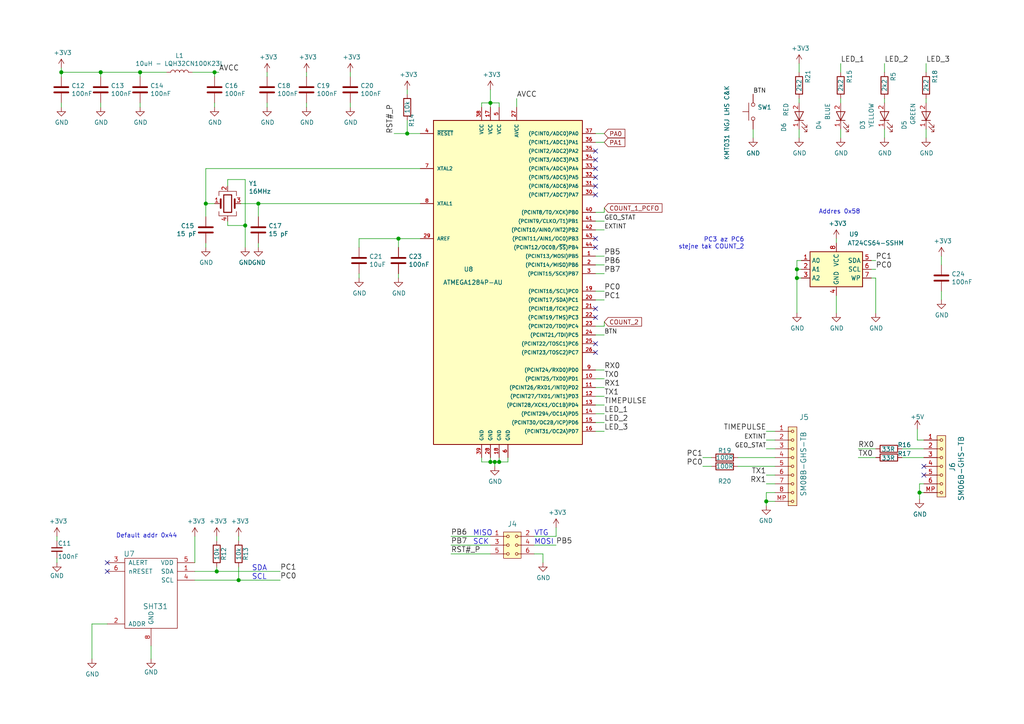
<source format=kicad_sch>
(kicad_sch (version 20210406) (generator eeschema)
  (paper "A4")
  (lib_symbols
    (symbol "DATALOGGER01A-rescue:ATMEGA1284P-AU-atmel" (pin_names (offset 1.016))
      (property "Reference" "U" (at -21.59 47.752 0))
      (property "Value" "ATMEGA1284P-AU-atmel" (at 10.16 -49.53 0))
      (symbol "ATMEGA1284P-AU-atmel_0_1"
        (rectangle (start -21.59 46.99) (end 21.59 -46.99) (stroke (width 0.254)) (fill (type background)))
      )
      (symbol "ATMEGA1284P-AU-atmel_1_1"
        (pin bidirectional line (at 25.4 7.62 180) (length 3.81) (name "(PCINT13/MOSI)PB5") (number "1"))
        (pin bidirectional line (at 25.4 -27.94 180) (length 3.81) (name "(PCINT25/TXD0)PD1") (number "10"))
        (pin bidirectional line (at 25.4 -30.48 180) (length 3.81) (name "(PCINT26/RXD1/INT0)PD2") (number "11"))
        (pin bidirectional line (at 25.4 -33.02 180) (length 3.81) (name "(PCINT27/TXD1/INT1)PD3") (number "12"))
        (pin bidirectional line (at 25.4 -35.56 180) (length 3.81) (name "(PCINT28/XCK1/OC1B)PD4") (number "13"))
        (pin bidirectional line (at 25.4 -38.1 180) (length 3.81) (name "(PCINT294/OC1A)PD5") (number "14"))
        (pin bidirectional line (at 25.4 -40.64 180) (length 3.81) (name "(PCINT30/OC2B/ICP)PD6") (number "15"))
        (pin bidirectional line (at 25.4 -43.18 180) (length 3.81) (name "(PCINT31/OC2A)PD7") (number "16"))
        (pin power_in line (at -5.08 50.8 270) (length 3.81) (name "VCC") (number "17"))
        (pin power_in line (at -2.54 -50.8 90) (length 3.81) (name "GND") (number "18"))
        (pin bidirectional line (at 25.4 -2.54 180) (length 3.81) (name "(PCINT16/SCL)PC0") (number "19"))
        (pin bidirectional line (at 25.4 5.08 180) (length 3.81) (name "(PCINT14/MISO)PB6") (number "2"))
        (pin bidirectional line (at 25.4 -5.08 180) (length 3.81) (name "(PCINT17/SDA)PC1") (number "20"))
        (pin bidirectional line (at 25.4 -7.62 180) (length 3.81) (name "(PCINT18/TCK)PC2") (number "21"))
        (pin bidirectional line (at 25.4 -10.16 180) (length 3.81) (name "(PCINT19/TMS)PC3") (number "22"))
        (pin bidirectional line (at 25.4 -12.7 180) (length 3.81) (name "(PCINT20/TDO)PC4") (number "23"))
        (pin bidirectional line (at 25.4 -15.24 180) (length 3.81) (name "(PCINT21/TDI)PC5") (number "24"))
        (pin bidirectional line (at 25.4 -17.78 180) (length 3.81) (name "(PCINT22/TOSC1)PC6") (number "25"))
        (pin bidirectional line (at 25.4 -20.32 180) (length 3.81) (name "(PCINT23/TOSC2)PC7") (number "26"))
        (pin power_in line (at 2.54 50.8 270) (length 3.81) (name "AVCC") (number "27"))
        (pin power_in line (at -5.08 -50.8 90) (length 3.81) (name "GND") (number "28"))
        (pin power_in line (at -25.4 12.7 0) (length 3.81) (name "AREF") (number "29"))
        (pin bidirectional line (at 25.4 2.54 180) (length 3.81) (name "(PCINT15/SCK)PB7") (number "3"))
        (pin bidirectional line (at 25.4 25.4 180) (length 3.81) (name "(PCINT7/ADC7)PA7") (number "30"))
        (pin bidirectional line (at 25.4 27.94 180) (length 3.81) (name "(PCINT6/ADC6)PA6") (number "31"))
        (pin bidirectional line (at 25.4 30.48 180) (length 3.81) (name "(PCINT5/ADC5)PA5") (number "32"))
        (pin bidirectional line (at 25.4 33.02 180) (length 3.81) (name "(PCINT4/ADC4)PA4") (number "33"))
        (pin bidirectional line (at 25.4 35.56 180) (length 3.81) (name "(PCINT3/ADC3)PA3") (number "34"))
        (pin bidirectional line (at 25.4 38.1 180) (length 3.81) (name "(PCINT2/ADC2)PA2") (number "35"))
        (pin bidirectional line (at 25.4 40.64 180) (length 3.81) (name "(PCINT1/ADC1)PA1") (number "36"))
        (pin bidirectional line (at 25.4 43.18 180) (length 3.81) (name "(PCINT0/ADC0)PA0") (number "37"))
        (pin power_in line (at -7.62 50.8 270) (length 3.81) (name "VCC") (number "38"))
        (pin power_in line (at -7.62 -50.8 90) (length 3.81) (name "GND") (number "39"))
        (pin input line (at -25.4 43.18 0) (length 3.81) (name "~{RESET}") (number "4"))
        (pin bidirectional line (at 25.4 20.32 180) (length 3.81) (name "(PCINT8/T0/XCK)PB0") (number "40"))
        (pin bidirectional line (at 25.4 17.78 180) (length 3.81) (name "(PCINT9/CLKO/T1)PB1") (number "41"))
        (pin bidirectional line (at 25.4 15.24 180) (length 3.81) (name "(PCINT10/AIN0/INT2)PB2") (number "42"))
        (pin bidirectional line (at 25.4 12.7 180) (length 3.81) (name "(PCINT11/AIN1/OC0)PB3") (number "43"))
        (pin bidirectional line (at 25.4 10.16 180) (length 3.81) (name "(PCINT12/OC0B/~{SS})PB4") (number "44"))
        (pin power_in line (at -2.54 50.8 270) (length 3.81) (name "VCC") (number "5"))
        (pin power_in line (at 0 -50.8 90) (length 3.81) (name "GND") (number "6"))
        (pin bidirectional line (at -25.4 33.02 0) (length 3.81) (name "XTAL2") (number "7"))
        (pin bidirectional line (at -25.4 22.86 0) (length 3.81) (name "XTAL1") (number "8"))
        (pin bidirectional line (at 25.4 -25.4 180) (length 3.81) (name "(PCINT24/RXD0)PD0") (number "9"))
      )
    )
    (symbol "DATALOGGER01A-rescue:C-device" (pin_numbers hide) (pin_names (offset 0.254))
      (property "Reference" "C" (at 0.635 2.54 0))
      (property "Value" "C-device" (at 0.635 -2.54 0))
      (symbol "C-device_0_1"
        (polyline (pts (xy -2.032 -0.762) (xy 2.032 -0.762)) (stroke (width 0.508)))
        (polyline (pts (xy -2.032 0.762) (xy 2.032 0.762)) (stroke (width 0.508)))
      )
      (symbol "C-device_1_1"
        (pin passive line (at 0 3.81 270) (length 2.794) (name "~") (number "1"))
        (pin passive line (at 0 -3.81 90) (length 2.794) (name "~") (number "2"))
      )
    )
    (symbol "DATALOGGER01A-rescue:HEADER_2x03-MLAB_HEADER" (pin_names (offset 1.016))
      (property "Reference" "J" (at 0 -5.08 0))
      (property "Value" "HEADER_2x03-MLAB_HEADER" (at 0 5.08 0))
      (symbol "HEADER_2x03-MLAB_HEADER_0_1"
        (circle (center -1.27 -2.54) (radius 0.381))
        (circle (center -1.27 0) (radius 0.381))
        (circle (center -1.27 2.54) (radius 0.381))
        (circle (center 1.27 -2.54) (radius 0.381))
        (circle (center 1.27 0) (radius 0.381))
        (circle (center 1.27 2.54) (radius 0.381))
        (rectangle (start -2.54 3.81) (end 2.54 -3.81) (fill (type background)))
        (polyline (pts (xy -1.651 -2.54) (xy -2.54 -2.54)))
        (polyline (pts (xy -1.651 0) (xy -2.54 0)))
        (polyline (pts (xy -1.651 2.54) (xy -2.54 2.54)))
        (polyline (pts (xy 1.651 -2.54) (xy 2.54 -2.54)))
        (polyline (pts (xy 1.651 0) (xy 2.54 0)))
        (polyline (pts (xy 1.651 2.54) (xy 2.54 2.54)))
      )
      (symbol "HEADER_2x03-MLAB_HEADER_1_1"
        (pin input line (at -6.35 2.54 0) (length 3.81) (name "~") (number "1"))
        (pin input line (at 6.35 2.54 180) (length 3.81) (name "~") (number "2"))
        (pin input line (at -6.35 0 0) (length 3.81) (name "~") (number "3"))
        (pin input line (at 6.35 0 180) (length 3.81) (name "~") (number "4"))
        (pin input line (at -6.35 -2.54 0) (length 3.81) (name "~") (number "5"))
        (pin input line (at 6.35 -2.54 180) (length 3.81) (name "~") (number "6"))
      )
    )
    (symbol "DATALOGGER01A-rescue:L-device" (pin_numbers hide) (pin_names (offset 1.016) hide)
      (property "Reference" "L" (at -1.27 0 90))
      (property "Value" "L-device" (at 1.905 0 90))
      (symbol "L-device_0_1"
        (arc (start 0 -2.54) (end 0 -1.27) (radius (at 0 -1.905) (length 0.635) (angles -89.9 89.9)))
        (arc (start 0 -1.27) (end 0 0) (radius (at 0 -0.635) (length 0.635) (angles -89.9 89.9)))
        (arc (start 0 0) (end 0 1.27) (radius (at 0 0.635) (length 0.635) (angles -89.9 89.9)))
        (arc (start 0 1.27) (end 0 2.54) (radius (at 0 1.905) (length 0.635) (angles -89.9 89.9)))
      )
      (symbol "L-device_1_1"
        (pin passive line (at 0 3.81 270) (length 1.27) (name "1") (number "1"))
        (pin passive line (at 0 -3.81 90) (length 1.27) (name "2") (number "2"))
      )
    )
    (symbol "DATALOGGER01A-rescue:LED-device" (pin_names (offset 1.016) hide)
      (property "Reference" "D" (at 0 2.54 0))
      (property "Value" "LED-device" (at 0 -2.54 0))
      (symbol "LED-device_0_1"
        (polyline (pts (xy -1.27 -1.27) (xy -1.27 1.27)) (stroke (width 0.2032)))
        (polyline (pts (xy -1.27 0) (xy 1.27 0)))
        (polyline (pts (xy 1.27 -1.27) (xy 1.27 1.27) (xy -1.27 0) (xy 1.27 -1.27)) (stroke (width 0.2032)))
        (polyline (pts (xy -3.048 -0.762) (xy -4.572 -2.286) (xy -3.81 -2.286) (xy -4.572 -2.286) (xy -4.572 -1.524)))
        (polyline (pts (xy -1.778 -0.762) (xy -3.302 -2.286) (xy -2.54 -2.286) (xy -3.302 -2.286) (xy -3.302 -1.524)))
      )
      (symbol "LED-device_1_1"
        (pin passive line (at -3.81 0 0) (length 2.54) (name "K") (number "1"))
        (pin passive line (at 3.81 0 180) (length 2.54) (name "A") (number "2"))
      )
    )
    (symbol "DATALOGGER01A-rescue:R-device" (pin_numbers hide) (pin_names (offset 0))
      (property "Reference" "R" (at 2.032 0 90))
      (property "Value" "R-device" (at 0 0 90))
      (symbol "R-device_0_1"
        (rectangle (start -1.016 -2.54) (end 1.016 2.54) (stroke (width 0.254)))
      )
      (symbol "R-device_1_1"
        (pin passive line (at 0 3.81 270) (length 1.27) (name "~") (number "1"))
        (pin passive line (at 0 -3.81 90) (length 1.27) (name "~") (number "2"))
      )
    )
    (symbol "Device:Crystal_GND24" (pin_names (offset 1.016) hide)
      (property "Reference" "Y" (at 3.175 5.08 0))
      (property "Value" "Crystal_GND24" (at 3.175 3.175 0))
      (symbol "Crystal_GND24_0_1"
        (rectangle (start -1.143 2.54) (end 1.143 -2.54) (stroke (width 0.3048)))
        (polyline (pts (xy -2.54 0) (xy -2.032 0)))
        (polyline (pts (xy -2.032 -1.27) (xy -2.032 1.27)) (stroke (width 0.508)))
        (polyline (pts (xy 0 -3.81) (xy 0 -3.556)))
        (polyline (pts (xy 0 3.556) (xy 0 3.81)))
        (polyline (pts (xy 2.032 -1.27) (xy 2.032 1.27)) (stroke (width 0.508)))
        (polyline (pts (xy 2.032 0) (xy 2.54 0)))
        (polyline (pts (xy -2.54 -2.286) (xy -2.54 -3.556) (xy 2.54 -3.556) (xy 2.54 -2.286)))
        (polyline (pts (xy -2.54 2.286) (xy -2.54 3.556) (xy 2.54 3.556) (xy 2.54 2.286)))
      )
      (symbol "Crystal_GND24_1_1"
        (pin passive line (at -3.81 0 0) (length 1.27) (name "1") (number "1"))
        (pin passive line (at 0 5.08 270) (length 1.27) (name "2") (number "2"))
        (pin passive line (at 3.81 0 180) (length 1.27) (name "3") (number "3"))
        (pin passive line (at 0 -5.08 90) (length 1.27) (name "4") (number "4"))
      )
    )
    (symbol "Device:R" (pin_numbers hide) (pin_names (offset 0))
      (property "Reference" "R" (at 2.032 0 90))
      (property "Value" "R" (at 0 0 90))
      (symbol "R_0_1"
        (rectangle (start -1.016 -2.54) (end 1.016 2.54) (stroke (width 0.254)))
      )
      (symbol "R_1_1"
        (pin passive line (at 0 3.81 270) (length 1.27) (name "~") (number "1"))
        (pin passive line (at 0 -3.81 90) (length 1.27) (name "~") (number "2"))
      )
    )
    (symbol "MLAB_CONNECTORS_JST:SM06B-GHS-TB" (pin_names (offset 1.016))
      (property "Reference" "J" (at 0 -10.16 0))
      (property "Value" "SM06B-GHS-TB" (at 0 10.16 0))
      (symbol "SM06B-GHS-TB_0_1"
        (circle (center 0 -7.62) (radius 0.381))
        (circle (center 0 -5.08) (radius 0.381))
        (circle (center 0 -2.54) (radius 0.381))
        (circle (center 0 0) (radius 0.381))
        (circle (center 0 2.54) (radius 0.381))
        (circle (center 0 5.08) (radius 0.381))
        (circle (center 0 7.62) (radius 0.381))
        (rectangle (start -1.27 8.89) (end 1.27 -8.89) (fill (type background)))
        (polyline (pts (xy -1.27 -7.62) (xy -0.381 -7.62)))
        (polyline (pts (xy -1.27 -5.08) (xy -0.381 -5.08)))
        (polyline (pts (xy -1.27 -2.54) (xy -0.381 -2.54)))
        (polyline (pts (xy -1.27 0) (xy -0.381 0)))
        (polyline (pts (xy -1.27 2.54) (xy -0.381 2.54)))
        (polyline (pts (xy -1.27 5.08) (xy -0.381 5.08)))
        (polyline (pts (xy -1.27 7.62) (xy -0.381 7.62)))
      )
      (symbol "SM06B-GHS-TB_1_1"
        (pin input line (at -5.08 7.62 0) (length 3.81) (name "~") (number "1"))
        (pin input line (at -5.08 5.08 0) (length 3.81) (name "~") (number "2"))
        (pin input line (at -5.08 2.54 0) (length 3.81) (name "~") (number "3"))
        (pin input line (at -5.08 0 0) (length 3.81) (name "~") (number "4"))
        (pin input line (at -5.08 -2.54 0) (length 3.81) (name "~") (number "5"))
        (pin input line (at -5.08 -5.08 0) (length 3.81) (name "~") (number "6"))
        (pin input line (at -5.08 -7.62 0) (length 3.81) (name "~") (number "MP"))
      )
    )
    (symbol "MLAB_CONNECTORS_JST:SM08B-GHS-TB" (pin_names (offset 1.016))
      (property "Reference" "J" (at 0 -12.7 0))
      (property "Value" "SM08B-GHS-TB" (at 0 12.7 0))
      (symbol "SM08B-GHS-TB_0_1"
        (circle (center 0 -10.16) (radius 0.381))
        (circle (center 0 -7.62) (radius 0.381))
        (circle (center 0 -5.08) (radius 0.381))
        (circle (center 0 -2.54) (radius 0.381))
        (circle (center 0 0) (radius 0.381))
        (circle (center 0 2.54) (radius 0.381))
        (circle (center 0 5.08) (radius 0.381))
        (circle (center 0 7.62) (radius 0.381))
        (circle (center 0 10.16) (radius 0.381))
        (rectangle (start -1.27 11.43) (end 1.27 -11.43) (fill (type background)))
        (polyline (pts (xy -1.27 -10.16) (xy -0.381 -10.16)))
        (polyline (pts (xy -1.27 -7.62) (xy -0.381 -7.62)))
        (polyline (pts (xy -1.27 -5.08) (xy -0.381 -5.08)))
        (polyline (pts (xy -1.27 -2.54) (xy -0.381 -2.54)))
        (polyline (pts (xy -1.27 0) (xy -0.381 0)))
        (polyline (pts (xy -1.27 2.54) (xy -0.381 2.54)))
        (polyline (pts (xy -1.27 5.08) (xy -0.381 5.08)))
        (polyline (pts (xy -1.27 7.62) (xy -0.381 7.62)))
        (polyline (pts (xy -1.27 10.16) (xy -0.381 10.16)))
      )
      (symbol "SM08B-GHS-TB_1_1"
        (pin input line (at -5.08 10.16 0) (length 3.81) (name "~") (number "1"))
        (pin input line (at -5.08 7.62 0) (length 3.81) (name "~") (number "2"))
        (pin input line (at -5.08 5.08 0) (length 3.81) (name "~") (number "3"))
        (pin input line (at -5.08 2.54 0) (length 3.81) (name "~") (number "4"))
        (pin input line (at -5.08 0 0) (length 3.81) (name "~") (number "5"))
        (pin input line (at -5.08 -2.54 0) (length 3.81) (name "~") (number "6"))
        (pin input line (at -5.08 -5.08 0) (length 3.81) (name "~") (number "7"))
        (pin input line (at -5.08 -7.62 0) (length 3.81) (name "~") (number "8"))
        (pin input line (at -5.08 -10.16 0) (length 3.81) (name "~") (number "MP"))
      )
    )
    (symbol "Memory_EEPROM:AT24CS64-SSHM"
      (property "Reference" "U" (at -7.62 6.35 0))
      (property "Value" "AT24CS64-SSHM" (at 2.54 -6.35 0))
      (symbol "AT24CS64-SSHM_1_1"
        (rectangle (start -7.62 5.08) (end 7.62 -5.08) (stroke (width 0.254)) (fill (type background)))
        (pin input line (at -10.16 2.54 0) (length 2.54) (name "A0") (number "1"))
        (pin input line (at -10.16 0 0) (length 2.54) (name "A1") (number "2"))
        (pin input line (at -10.16 -2.54 0) (length 2.54) (name "A2") (number "3"))
        (pin power_in line (at 0 -7.62 90) (length 2.54) (name "GND") (number "4"))
        (pin bidirectional line (at 10.16 2.54 180) (length 2.54) (name "SDA") (number "5"))
        (pin input line (at 10.16 0 180) (length 2.54) (name "SCL") (number "6"))
        (pin input line (at 10.16 -2.54 180) (length 2.54) (name "WP") (number "7"))
        (pin power_in line (at 0 7.62 270) (length 2.54) (name "VCC") (number "8"))
      )
    )
    (symbol "SHT31V01A-rescue:C_Small" (pin_numbers hide) (pin_names (offset 0.254) hide)
      (property "Reference" "C" (at 0.254 1.778 0))
      (property "Value" "C_Small" (at 0.254 -2.032 0))
      (symbol "C_Small_0_1"
        (polyline (pts (xy -1.524 -0.508) (xy 1.524 -0.508)) (stroke (width 0.3302)))
        (polyline (pts (xy -1.524 0.508) (xy 1.524 0.508)) (stroke (width 0.3048)))
      )
      (symbol "C_Small_1_1"
        (pin passive line (at 0 2.54 270) (length 1.905) (name "~") (number "1"))
        (pin passive line (at 0 -2.54 90) (length 2.032) (name "~") (number "2"))
      )
    )
    (symbol "SHT31V01A-rescue:GND" (power) (pin_names (offset 0))
      (property "Value" "GND" (at 0 -3.81 0))
      (symbol "GND_0_1"
        (polyline (pts (xy 0 0) (xy 0 -1.27) (xy 1.27 -1.27) (xy 0 -2.54) (xy -1.27 -1.27) (xy 0 -1.27)))
      )
      (symbol "GND_1_1"
        (pin power_in line (at 0 0 270) (length 0) hide (name "GND") (number "1"))
      )
    )
    (symbol "SHT31V01A-rescue:R" (pin_numbers hide) (pin_names (offset 0))
      (property "Reference" "R" (at 2.032 0 90))
      (property "Value" "R" (at 0 0 90))
      (symbol "R_0_1"
        (rectangle (start -1.016 -2.54) (end 1.016 2.54) (stroke (width 0.254)))
      )
      (symbol "R_1_1"
        (pin passive line (at 0 3.81 270) (length 1.27) (name "~") (number "1"))
        (pin passive line (at 0 -3.81 90) (length 1.27) (name "~") (number "2"))
      )
    )
    (symbol "SHT31V01A-rescue:SHT31" (pin_names (offset 1.016))
      (property "Reference" "U" (at -6.35 12.7 0))
      (property "Value" "SHT31" (at 0 0 0))
      (symbol "SHT31_0_1"
        (rectangle (start -8.89 11.43) (end 6.35 -8.89))
      )
      (symbol "SHT31_1_1"
        (pin unspecified line (at 11.43 7.62 180) (length 5.08) (name "SDA") (number "1"))
        (pin unspecified line (at -13.97 -7.62 0) (length 5.08) (name "ADDR") (number "2"))
        (pin unspecified line (at -13.97 10.16 0) (length 5.08) (name "ALERT") (number "3"))
        (pin unspecified line (at 11.43 5.08 180) (length 5.08) (name "SCL") (number "4"))
        (pin unspecified line (at 11.43 10.16 180) (length 5.08) (name "VDD") (number "5"))
        (pin unspecified line (at -13.97 7.62 0) (length 5.08) (name "nRESET") (number "6"))
        (pin unspecified line (at -1.27 -13.97 90) (length 5.08) hide (name "GND") (number "7"))
        (pin unspecified line (at -1.27 -13.97 90) (length 5.08) (name "GND") (number "8"))
        (pin unspecified line (at -1.27 -13.97 90) (length 5.08) hide (name "GND") (number "9"))
      )
    )
    (symbol "Switch:SW_Push" (pin_numbers hide) (pin_names (offset 1.016) hide)
      (property "Reference" "SW" (at 1.27 2.54 0))
      (property "Value" "SW_Push" (at 0 -1.524 0))
      (symbol "SW_Push_0_1"
        (circle (center -2.032 0) (radius 0.508))
        (circle (center 2.032 0) (radius 0.508))
        (polyline (pts (xy 0 1.27) (xy 0 3.048)))
        (polyline (pts (xy 2.54 1.27) (xy -2.54 1.27)))
        (pin passive line (at -5.08 0 0) (length 2.54) (name "1") (number "1"))
        (pin passive line (at 5.08 0 180) (length 2.54) (name "2") (number "2"))
      )
    )
    (symbol "power:+3V3" (power) (pin_names (offset 0))
      (property "Value" "+3V3" (at 0 3.556 0))
      (symbol "+3V3_0_1"
        (polyline (pts (xy -0.762 1.27) (xy 0 2.54)))
        (polyline (pts (xy 0 0) (xy 0 2.54)))
        (polyline (pts (xy 0 2.54) (xy 0.762 1.27)))
      )
      (symbol "+3V3_1_1"
        (pin power_in line (at 0 0 90) (length 0) hide (name "+3V3") (number "1"))
      )
    )
    (symbol "power:+5V" (power) (pin_names (offset 0))
      (property "Value" "+5V" (at 0 3.556 0))
      (symbol "+5V_0_1"
        (polyline (pts (xy -0.762 1.27) (xy 0 2.54)))
        (polyline (pts (xy 0 0) (xy 0 2.54)))
        (polyline (pts (xy 0 2.54) (xy 0.762 1.27)))
      )
      (symbol "+5V_1_1"
        (pin power_in line (at 0 0 90) (length 0) hide (name "+5V") (number "1"))
      )
    )
    (symbol "power:GND" (power) (pin_names (offset 0))
      (property "Value" "GND" (at 0 -3.81 0))
      (symbol "GND_0_1"
        (polyline (pts (xy 0 0) (xy 0 -1.27) (xy 1.27 -1.27) (xy 0 -2.54) (xy -1.27 -1.27) (xy 0 -1.27)))
      )
      (symbol "GND_1_1"
        (pin power_in line (at 0 0 270) (length 0) hide (name "GND") (number "1"))
      )
    )
  )
  (junction (at 17.78 20.955) (diameter 1.016))
  (junction (at 29.21 20.955) (diameter 1.016))
  (junction (at 40.64 20.955) (diameter 1.016))
  (junction (at 59.69 59.055) (diameter 1.016))
  (junction (at 62.23 20.955) (diameter 1.016))
  (junction (at 62.865 165.735) (diameter 1.016))
  (junction (at 69.215 168.275) (diameter 1.016))
  (junction (at 71.12 65.405) (diameter 1.016))
  (junction (at 74.93 59.055) (diameter 1.016))
  (junction (at 115.57 69.215) (diameter 1.016))
  (junction (at 118.11 38.735) (diameter 1.016))
  (junction (at 142.24 29.845) (diameter 1.016))
  (junction (at 142.24 133.985) (diameter 1.016))
  (junction (at 143.51 133.985) (diameter 1.016))
  (junction (at 144.78 133.985) (diameter 1.016))
  (junction (at 222.25 145.415) (diameter 1.016))
  (junction (at 231.14 78.105) (diameter 1.016))
  (junction (at 231.14 80.645) (diameter 1.016))
  (junction (at 266.7 142.875) (diameter 1.016))
  (no_connect (at 31.115 163.195))
  (no_connect (at 31.115 165.735))
  (no_connect (at 172.72 43.815))
  (no_connect (at 172.72 46.355))
  (no_connect (at 172.72 48.895))
  (no_connect (at 172.72 51.435))
  (no_connect (at 172.72 53.975))
  (no_connect (at 172.72 56.515))
  (no_connect (at 172.72 69.215))
  (no_connect (at 172.72 71.755))
  (no_connect (at 172.72 89.535))
  (no_connect (at 172.72 92.075))
  (no_connect (at 172.72 99.695))
  (no_connect (at 172.72 102.235))
  (no_connect (at 267.97 135.255))
  (no_connect (at 267.97 137.795))
  (no_connect (at 504.19 92.075))
  (wire (pts (xy 16.51 156.845) (xy 16.51 155.575)))
  (wire (pts (xy 16.51 163.195) (xy 16.51 161.925)))
  (wire (pts (xy 17.78 20.955) (xy 17.78 19.685)))
  (wire (pts (xy 17.78 20.955) (xy 29.21 20.955)))
  (wire (pts (xy 17.78 22.225) (xy 17.78 20.955)))
  (wire (pts (xy 17.78 31.115) (xy 17.78 29.845)))
  (wire (pts (xy 26.67 180.975) (xy 26.67 191.135)))
  (wire (pts (xy 26.67 180.975) (xy 31.115 180.975)))
  (wire (pts (xy 29.21 20.955) (xy 40.64 20.955)))
  (wire (pts (xy 29.21 22.225) (xy 29.21 20.955)))
  (wire (pts (xy 29.21 31.115) (xy 29.21 29.845)))
  (wire (pts (xy 40.64 20.955) (xy 48.26 20.955)))
  (wire (pts (xy 40.64 22.225) (xy 40.64 20.955)))
  (wire (pts (xy 40.64 31.115) (xy 40.64 29.845)))
  (wire (pts (xy 43.815 191.135) (xy 43.815 187.325)))
  (wire (pts (xy 55.88 20.955) (xy 62.23 20.955)))
  (wire (pts (xy 56.515 163.195) (xy 56.515 155.575)))
  (wire (pts (xy 56.515 165.735) (xy 62.865 165.735)))
  (wire (pts (xy 56.515 168.275) (xy 69.215 168.275)))
  (wire (pts (xy 59.69 48.895) (xy 59.69 59.055)))
  (wire (pts (xy 59.69 48.895) (xy 121.92 48.895)))
  (wire (pts (xy 59.69 59.055) (xy 59.69 62.865)))
  (wire (pts (xy 59.69 59.055) (xy 62.23 59.055)))
  (wire (pts (xy 59.69 71.755) (xy 59.69 70.485)))
  (wire (pts (xy 62.23 20.955) (xy 62.23 22.225)))
  (wire (pts (xy 62.23 31.115) (xy 62.23 29.845)))
  (wire (pts (xy 62.865 156.845) (xy 62.865 155.575)))
  (wire (pts (xy 62.865 165.735) (xy 62.865 164.465)))
  (wire (pts (xy 62.865 165.735) (xy 81.28 165.735)))
  (wire (pts (xy 63.5 20.955) (xy 62.23 20.955)))
  (wire (pts (xy 66.04 52.07) (xy 66.04 53.975)))
  (wire (pts (xy 66.04 52.07) (xy 71.12 52.07)))
  (wire (pts (xy 66.04 64.135) (xy 66.04 65.405)))
  (wire (pts (xy 66.04 65.405) (xy 71.12 65.405)))
  (wire (pts (xy 69.215 156.845) (xy 69.215 155.575)))
  (wire (pts (xy 69.215 168.275) (xy 69.215 164.465)))
  (wire (pts (xy 69.215 168.275) (xy 81.28 168.275)))
  (wire (pts (xy 69.85 59.055) (xy 74.93 59.055)))
  (wire (pts (xy 71.12 52.07) (xy 71.12 65.405)))
  (wire (pts (xy 71.12 65.405) (xy 71.12 71.755)))
  (wire (pts (xy 74.93 59.055) (xy 74.93 62.865)))
  (wire (pts (xy 74.93 59.055) (xy 121.92 59.055)))
  (wire (pts (xy 74.93 71.755) (xy 74.93 70.485)))
  (wire (pts (xy 77.47 20.955) (xy 77.47 22.225)))
  (wire (pts (xy 77.47 31.115) (xy 77.47 29.845)))
  (wire (pts (xy 88.9 20.955) (xy 88.9 22.225)))
  (wire (pts (xy 88.9 31.115) (xy 88.9 29.845)))
  (wire (pts (xy 101.6 20.955) (xy 101.6 22.225)))
  (wire (pts (xy 101.6 31.115) (xy 101.6 29.845)))
  (wire (pts (xy 104.14 69.215) (xy 104.14 71.755)))
  (wire (pts (xy 104.14 69.215) (xy 115.57 69.215)))
  (wire (pts (xy 104.14 80.645) (xy 104.14 79.375)))
  (wire (pts (xy 114.3 38.735) (xy 118.11 38.735)))
  (wire (pts (xy 115.57 69.215) (xy 121.92 69.215)))
  (wire (pts (xy 115.57 71.755) (xy 115.57 69.215)))
  (wire (pts (xy 115.57 80.645) (xy 115.57 79.375)))
  (wire (pts (xy 118.11 27.305) (xy 118.11 26.035)))
  (wire (pts (xy 118.11 34.925) (xy 118.11 38.735)))
  (wire (pts (xy 118.11 38.735) (xy 121.92 38.735)))
  (wire (pts (xy 130.81 155.575) (xy 142.24 155.575)))
  (wire (pts (xy 130.81 158.115) (xy 142.24 158.115)))
  (wire (pts (xy 130.81 160.655) (xy 142.24 160.655)))
  (wire (pts (xy 139.7 29.845) (xy 142.24 29.845)))
  (wire (pts (xy 139.7 31.115) (xy 139.7 29.845)))
  (wire (pts (xy 139.7 132.715) (xy 139.7 133.985)))
  (wire (pts (xy 139.7 133.985) (xy 142.24 133.985)))
  (wire (pts (xy 142.24 29.845) (xy 142.24 26.035)))
  (wire (pts (xy 142.24 29.845) (xy 144.78 29.845)))
  (wire (pts (xy 142.24 31.115) (xy 142.24 29.845)))
  (wire (pts (xy 142.24 132.715) (xy 142.24 133.985)))
  (wire (pts (xy 142.24 133.985) (xy 143.51 133.985)))
  (wire (pts (xy 143.51 133.985) (xy 144.78 133.985)))
  (wire (pts (xy 143.51 135.255) (xy 143.51 133.985)))
  (wire (pts (xy 144.78 29.845) (xy 144.78 31.115)))
  (wire (pts (xy 144.78 132.715) (xy 144.78 133.985)))
  (wire (pts (xy 144.78 133.985) (xy 147.32 133.985)))
  (wire (pts (xy 147.32 133.985) (xy 147.32 132.715)))
  (wire (pts (xy 149.86 31.115) (xy 149.86 28.575)))
  (wire (pts (xy 154.94 155.575) (xy 161.29 155.575)))
  (wire (pts (xy 154.94 158.115) (xy 161.29 158.115)))
  (wire (pts (xy 154.94 160.655) (xy 157.48 160.655)))
  (wire (pts (xy 157.48 160.655) (xy 157.48 163.195)))
  (wire (pts (xy 161.29 155.575) (xy 161.29 153.035)))
  (wire (pts (xy 172.72 38.735) (xy 175.26 38.735)))
  (wire (pts (xy 172.72 41.275) (xy 175.26 41.275)))
  (wire (pts (xy 172.72 61.595) (xy 175.26 61.595)))
  (wire (pts (xy 172.72 66.675) (xy 175.26 66.675)))
  (wire (pts (xy 172.72 74.295) (xy 175.26 74.295)))
  (wire (pts (xy 172.72 76.835) (xy 175.26 76.835)))
  (wire (pts (xy 172.72 79.375) (xy 175.26 79.375)))
  (wire (pts (xy 172.72 84.455) (xy 175.26 84.455)))
  (wire (pts (xy 172.72 86.995) (xy 175.26 86.995)))
  (wire (pts (xy 172.72 94.615) (xy 175.26 94.615)))
  (wire (pts (xy 172.72 97.155) (xy 175.26 97.155)))
  (wire (pts (xy 172.72 107.315) (xy 175.26 107.315)))
  (wire (pts (xy 172.72 109.855) (xy 175.26 109.855)))
  (wire (pts (xy 172.72 112.395) (xy 175.26 112.395)))
  (wire (pts (xy 172.72 114.935) (xy 175.26 114.935)))
  (wire (pts (xy 172.72 117.475) (xy 175.26 117.475)))
  (wire (pts (xy 172.72 120.015) (xy 175.26 120.015)))
  (wire (pts (xy 172.72 122.555) (xy 175.26 122.555)))
  (wire (pts (xy 172.72 125.095) (xy 175.26 125.095)))
  (wire (pts (xy 175.26 61.595) (xy 175.26 60.325)))
  (wire (pts (xy 175.26 64.135) (xy 172.72 64.135)))
  (wire (pts (xy 175.26 93.345) (xy 175.26 94.615)))
  (wire (pts (xy 203.835 132.715) (xy 206.375 132.715)))
  (wire (pts (xy 203.835 135.255) (xy 206.375 135.255)))
  (wire (pts (xy 213.995 132.715) (xy 224.79 132.715)))
  (wire (pts (xy 213.995 135.255) (xy 224.79 135.255)))
  (wire (pts (xy 218.44 37.465) (xy 218.44 40.005)))
  (wire (pts (xy 222.25 127.635) (xy 224.79 127.635)))
  (wire (pts (xy 222.25 130.175) (xy 224.79 130.175)))
  (wire (pts (xy 222.25 137.795) (xy 224.79 137.795)))
  (wire (pts (xy 222.25 140.335) (xy 224.79 140.335)))
  (wire (pts (xy 222.25 142.875) (xy 222.25 145.415)))
  (wire (pts (xy 222.25 145.415) (xy 222.25 146.685)))
  (wire (pts (xy 224.79 125.095) (xy 222.25 125.095)))
  (wire (pts (xy 224.79 142.875) (xy 222.25 142.875)))
  (wire (pts (xy 224.79 145.415) (xy 222.25 145.415)))
  (wire (pts (xy 231.14 75.565) (xy 231.14 78.105)))
  (wire (pts (xy 231.14 78.105) (xy 231.14 80.645)))
  (wire (pts (xy 231.14 80.645) (xy 231.14 90.805)))
  (wire (pts (xy 231.775 20.955) (xy 231.775 18.415)))
  (wire (pts (xy 231.775 29.845) (xy 231.775 28.575)))
  (wire (pts (xy 231.775 40.005) (xy 231.775 37.465)))
  (wire (pts (xy 232.41 75.565) (xy 231.14 75.565)))
  (wire (pts (xy 232.41 78.105) (xy 231.14 78.105)))
  (wire (pts (xy 232.41 80.645) (xy 231.14 80.645)))
  (wire (pts (xy 242.57 70.485) (xy 242.57 69.215)))
  (wire (pts (xy 242.57 85.725) (xy 242.57 90.805)))
  (wire (pts (xy 243.84 20.955) (xy 243.84 18.415)))
  (wire (pts (xy 243.84 29.845) (xy 243.84 28.575)))
  (wire (pts (xy 243.84 40.005) (xy 243.84 37.465)))
  (wire (pts (xy 248.92 130.175) (xy 254 130.175)))
  (wire (pts (xy 248.92 132.715) (xy 254 132.715)))
  (wire (pts (xy 252.73 75.565) (xy 254 75.565)))
  (wire (pts (xy 252.73 78.105) (xy 254 78.105)))
  (wire (pts (xy 252.73 80.645) (xy 254 80.645)))
  (wire (pts (xy 254 80.645) (xy 254 90.805)))
  (wire (pts (xy 256.54 20.955) (xy 256.54 18.415)))
  (wire (pts (xy 256.54 29.845) (xy 256.54 28.575)))
  (wire (pts (xy 256.54 40.005) (xy 256.54 37.465)))
  (wire (pts (xy 261.62 130.175) (xy 267.97 130.175)))
  (wire (pts (xy 261.62 132.715) (xy 267.97 132.715)))
  (wire (pts (xy 266.065 124.46) (xy 266.065 127.635)))
  (wire (pts (xy 266.7 140.335) (xy 266.7 142.875)))
  (wire (pts (xy 266.7 142.875) (xy 266.7 144.78)))
  (wire (pts (xy 267.97 127.635) (xy 266.065 127.635)))
  (wire (pts (xy 267.97 140.335) (xy 266.7 140.335)))
  (wire (pts (xy 267.97 142.875) (xy 266.7 142.875)))
  (wire (pts (xy 268.605 20.955) (xy 268.605 18.415)))
  (wire (pts (xy 268.605 29.845) (xy 268.605 28.575)))
  (wire (pts (xy 268.605 40.005) (xy 268.605 37.465)))
  (wire (pts (xy 273.05 74.295) (xy 273.05 76.835)))
  (wire (pts (xy 273.05 84.455) (xy 273.05 86.995)))
  (text "Default addr 0x44" (at 51.435 156.21 180) (effects (font (size 1.27 1.27)) (justify right bottom)))
  (text "SDA" (at 73.025 165.735 0) (effects (font (size 1.524 1.524)) (justify left bottom)))
  (text "SCL" (at 73.025 168.275 0) (effects (font (size 1.524 1.524)) (justify left bottom)))
  (text "MISO" (at 137.16 155.575 0) (effects (font (size 1.524 1.524)) (justify left bottom)))
  (text "SCK" (at 137.16 158.115 0) (effects (font (size 1.524 1.524)) (justify left bottom)))
  (text "VTG" (at 154.94 155.575 0) (effects (font (size 1.524 1.524)) (justify left bottom)))
  (text "MOSI" (at 154.94 158.115 0) (effects (font (size 1.524 1.524)) (justify left bottom)))
  (text "PC3 az PC6\nstejne tak COUNT_2" (at 215.9 72.39 180) (effects (font (size 1.27 1.27)) (justify right bottom)))
  (text "Addres 0x58" (at 249.555 62.23 180) (effects (font (size 1.27 1.27)) (justify right bottom)))
  (label "AVCC" (at 63.5 20.955 0) (effects (font (size 1.524 1.524))))
  (label "PC1" (at 81.28 165.735 0) (effects (font (size 1.524 1.524))))
  (label "PC0" (at 81.28 168.275 0) (effects (font (size 1.524 1.524))))
  (label "RST#_P" (at 114.3 38.735 90) (effects (font (size 1.524 1.524))))
  (label "PB6" (at 130.81 155.575 0) (effects (font (size 1.524 1.524))))
  (label "PB7" (at 130.81 158.115 0) (effects (font (size 1.524 1.524))))
  (label "RST#_P" (at 130.81 160.655 0) (effects (font (size 1.524 1.524))))
  (label "AVCC" (at 149.86 28.575 0) (effects (font (size 1.524 1.524))))
  (label "PB5" (at 161.29 158.115 0) (effects (font (size 1.524 1.524))))
  (label "GEO_STAT" (at 175.26 64.135 0))
  (label "EXTINT" (at 175.26 66.675 0))
  (label "PB5" (at 175.26 74.295 0) (effects (font (size 1.524 1.524))))
  (label "PB6" (at 175.26 76.835 0) (effects (font (size 1.524 1.524))))
  (label "PB7" (at 175.26 79.375 0) (effects (font (size 1.524 1.524))))
  (label "PC0" (at 175.26 84.455 0) (effects (font (size 1.524 1.524))))
  (label "PC1" (at 175.26 86.995 0) (effects (font (size 1.524 1.524))))
  (label "BTN" (at 175.26 97.155 0))
  (label "RX0" (at 175.26 107.315 0) (effects (font (size 1.524 1.524))))
  (label "TX0" (at 175.26 109.855 0) (effects (font (size 1.524 1.524))))
  (label "RX1" (at 175.26 112.395 0) (effects (font (size 1.524 1.524))))
  (label "TX1" (at 175.26 114.935 0) (effects (font (size 1.524 1.524))))
  (label "TIMEPULSE" (at 175.26 117.475 0) (effects (font (size 1.524 1.524))))
  (label "LED_1" (at 175.26 120.015 0) (effects (font (size 1.524 1.524))))
  (label "LED_2" (at 175.26 122.555 0) (effects (font (size 1.524 1.524))))
  (label "LED_3" (at 175.26 125.095 0) (effects (font (size 1.524 1.524))))
  (label "PC1" (at 203.835 132.715 180) (effects (font (size 1.524 1.524))))
  (label "PC0" (at 203.835 135.255 180) (effects (font (size 1.524 1.524))))
  (label "BTN" (at 218.44 27.305 0))
  (label "TIMEPULSE" (at 222.25 125.095 180) (effects (font (size 1.524 1.524))))
  (label "EXTINT" (at 222.25 127.635 180))
  (label "GEO_STAT" (at 222.25 130.175 180))
  (label "TX1" (at 222.25 137.795 180) (effects (font (size 1.524 1.524))))
  (label "RX1" (at 222.25 140.335 180) (effects (font (size 1.524 1.524))))
  (label "LED_1" (at 243.84 18.415 0) (effects (font (size 1.524 1.524))))
  (label "RX0" (at 248.92 130.175 0) (effects (font (size 1.524 1.524))))
  (label "TX0" (at 248.92 132.715 0) (effects (font (size 1.524 1.524))))
  (label "PC1" (at 254 75.565 0) (effects (font (size 1.524 1.524))))
  (label "PC0" (at 254 78.105 0) (effects (font (size 1.524 1.524))))
  (label "LED_2" (at 256.54 18.415 0) (effects (font (size 1.524 1.524))))
  (label "LED_3" (at 268.605 18.415 0) (effects (font (size 1.524 1.524))))
  (global_label "PA0" (shape input) (at 175.26 38.735 0) (property "Intersheet References" "${INTERSHEET_REFS}" (effects hide)))
  (global_label "PA1" (shape input) (at 175.26 41.275 0) (property "Intersheet References" "${INTERSHEET_REFS}" (effects hide)))
  (global_label "COUNT_1_PCFO" (shape input) (at 175.26 60.325 0) (property "Intersheet References" "${INTERSHEET_REFS}" (effects hide)))
  (global_label "COUNT_2" (shape input) (at 175.26 93.345 0) (property "Intersheet References" "${INTERSHEET_REFS}" (effects hide)))
  (symbol (lib_id "power:+3V3") (at 16.51 155.575 0) (unit 1)
    (property "Reference" "#PWR041" (effects hide))
    (property "Value" "+3V3" (at 16.891 151.1808 0))
  )
  (symbol (lib_id "power:+3V3") (at 17.78 19.685 0) (unit 1)
    (property "Reference" "#PWR043" (effects hide))
    (property "Value" "+3V3" (at 18.161 15.2908 0))
  )
  (symbol (lib_id "power:+3V3") (at 56.515 155.575 0) (unit 1)
    (property "Reference" "#PWR049" (effects hide))
    (property "Value" "+3V3" (at 56.896 151.1808 0))
  )
  (symbol (lib_id "power:+3V3") (at 62.865 155.575 0) (unit 1)
    (property "Reference" "#PWR050" (effects hide))
    (property "Value" "+3V3" (at 63.246 151.1808 0))
  )
  (symbol (lib_id "power:+3V3") (at 69.215 155.575 0) (unit 1)
    (property "Reference" "#PWR053" (effects hide))
    (property "Value" "+3V3" (at 69.596 151.1808 0))
  )
  (symbol (lib_id "power:+3V3") (at 77.47 20.955 0) (unit 1)
    (property "Reference" "#PWR055" (effects hide))
    (property "Value" "+3V3" (at 77.851 16.5608 0))
  )
  (symbol (lib_id "power:+3V3") (at 88.9 20.955 0) (unit 1)
    (property "Reference" "#PWR057" (effects hide))
    (property "Value" "+3V3" (at 89.281 16.5608 0))
  )
  (symbol (lib_id "power:+3V3") (at 101.6 20.955 0) (unit 1)
    (property "Reference" "#PWR059" (effects hide))
    (property "Value" "+3V3" (at 101.981 16.5608 0))
  )
  (symbol (lib_id "power:+3V3") (at 118.11 26.035 0) (unit 1)
    (property "Reference" "#PWR063" (effects hide))
    (property "Value" "+3V3" (at 118.491 21.6408 0))
  )
  (symbol (lib_id "power:+3V3") (at 142.24 26.035 0) (unit 1)
    (property "Reference" "#PWR064" (effects hide))
    (property "Value" "+3V3" (at 142.621 21.6408 0))
  )
  (symbol (lib_id "power:+3V3") (at 161.29 153.035 0) (unit 1)
    (property "Reference" "#PWR067" (effects hide))
    (property "Value" "+3V3" (at 161.671 148.6408 0))
  )
  (symbol (lib_id "power:+3V3") (at 231.775 18.415 0) (unit 1)
    (property "Reference" "#PWR0102" (effects hide))
    (property "Value" "+3V3" (at 232.156 14.0208 0))
  )
  (symbol (lib_id "power:+3V3") (at 242.57 69.215 0) (unit 1)
    (property "Reference" "#PWR070" (effects hide))
    (property "Value" "+3V3" (at 242.951 64.8208 0))
  )
  (symbol (lib_id "power:+5V") (at 266.065 124.46 0) (unit 1)
    (property "Reference" "#PWR075" (effects hide))
    (property "Value" "+5V" (at 266.065 120.9126 0))
  )
  (symbol (lib_id "power:+3V3") (at 273.05 74.295 0) (unit 1)
    (property "Reference" "#PWR077" (effects hide))
    (property "Value" "+3V3" (at 273.431 69.9008 0))
  )
  (symbol (lib_id "SHT31V01A-rescue:GND") (at 16.51 163.195 0) (unit 1)
    (property "Reference" "#PWR042" (effects hide))
    (property "Value" "GND" (at 16.51 167.005 0))
  )
  (symbol (lib_id "power:GND") (at 17.78 31.115 0) (unit 1)
    (property "Reference" "#PWR044" (effects hide))
    (property "Value" "GND" (at 17.907 35.5092 0))
  )
  (symbol (lib_id "power:GND") (at 26.67 191.135 0) (unit 1)
    (property "Reference" "#PWR0103" (effects hide))
    (property "Value" "GND" (at 26.797 195.5292 0))
  )
  (symbol (lib_id "power:GND") (at 29.21 31.115 0) (unit 1)
    (property "Reference" "#PWR046" (effects hide))
    (property "Value" "GND" (at 29.337 35.5092 0))
  )
  (symbol (lib_id "power:GND") (at 40.64 31.115 0) (unit 1)
    (property "Reference" "#PWR048" (effects hide))
    (property "Value" "GND" (at 40.767 35.5092 0))
  )
  (symbol (lib_id "SHT31V01A-rescue:GND") (at 43.815 191.135 0) (unit 1)
    (property "Reference" "#PWR047" (effects hide))
    (property "Value" "GND" (at 43.815 194.945 0))
  )
  (symbol (lib_id "power:GND") (at 59.69 71.755 0) (unit 1)
    (property "Reference" "#PWR051" (effects hide))
    (property "Value" "GND" (at 59.817 76.1492 0))
  )
  (symbol (lib_id "power:GND") (at 62.23 31.115 0) (unit 1)
    (property "Reference" "#PWR052" (effects hide))
    (property "Value" "GND" (at 62.357 35.5092 0))
  )
  (symbol (lib_id "power:GND") (at 71.12 71.755 0) (unit 1)
    (property "Reference" "#PWR0101" (effects hide))
    (property "Value" "GND" (at 71.247 76.1492 0))
  )
  (symbol (lib_id "power:GND") (at 74.93 71.755 0) (unit 1)
    (property "Reference" "#PWR054" (effects hide))
    (property "Value" "GND" (at 75.057 76.1492 0))
  )
  (symbol (lib_id "power:GND") (at 77.47 31.115 0) (unit 1)
    (property "Reference" "#PWR056" (effects hide))
    (property "Value" "GND" (at 77.597 35.5092 0))
  )
  (symbol (lib_id "power:GND") (at 88.9 31.115 0) (unit 1)
    (property "Reference" "#PWR058" (effects hide))
    (property "Value" "GND" (at 89.027 35.5092 0))
  )
  (symbol (lib_id "power:GND") (at 101.6 31.115 0) (unit 1)
    (property "Reference" "#PWR060" (effects hide))
    (property "Value" "GND" (at 101.727 35.5092 0))
  )
  (symbol (lib_id "power:GND") (at 104.14 80.645 0) (unit 1)
    (property "Reference" "#PWR061" (effects hide))
    (property "Value" "GND" (at 104.267 85.0392 0))
  )
  (symbol (lib_id "power:GND") (at 115.57 80.645 0) (unit 1)
    (property "Reference" "#PWR062" (effects hide))
    (property "Value" "GND" (at 115.697 85.0392 0))
  )
  (symbol (lib_id "power:GND") (at 143.51 135.255 0) (unit 1)
    (property "Reference" "#PWR065" (effects hide))
    (property "Value" "GND" (at 143.637 139.6492 0))
  )
  (symbol (lib_id "power:GND") (at 157.48 163.195 0) (unit 1)
    (property "Reference" "#PWR066" (effects hide))
    (property "Value" "GND" (at 157.607 167.5892 0))
  )
  (symbol (lib_id "power:GND") (at 218.44 40.005 0) (unit 1)
    (property "Reference" "#PWR022" (effects hide))
    (property "Value" "GND" (at 218.44 44.45 0))
  )
  (symbol (lib_id "power:GND") (at 222.25 146.685 0) (mirror y) (unit 1)
    (property "Reference" "#PWR068" (effects hide))
    (property "Value" "GND" (at 222.1357 151.0094 0))
  )
  (symbol (lib_id "power:GND") (at 231.14 90.805 0) (unit 1)
    (property "Reference" "#PWR069" (effects hide))
    (property "Value" "GND" (at 231.267 95.1992 0))
  )
  (symbol (lib_id "power:GND") (at 231.775 40.005 0) (unit 1)
    (property "Reference" "#PWR0106" (effects hide))
    (property "Value" "GND" (at 231.902 44.3992 0))
  )
  (symbol (lib_id "power:GND") (at 242.57 90.805 0) (unit 1)
    (property "Reference" "#PWR071" (effects hide))
    (property "Value" "GND" (at 242.697 95.1992 0))
  )
  (symbol (lib_id "power:GND") (at 243.84 40.005 0) (unit 1)
    (property "Reference" "#PWR072" (effects hide))
    (property "Value" "GND" (at 243.967 44.3992 0))
  )
  (symbol (lib_id "power:GND") (at 254 90.805 0) (unit 1)
    (property "Reference" "#PWR073" (effects hide))
    (property "Value" "GND" (at 254.127 95.1992 0))
  )
  (symbol (lib_id "power:GND") (at 256.54 40.005 0) (unit 1)
    (property "Reference" "#PWR035" (effects hide))
    (property "Value" "GND" (at 256.667 44.3992 0))
  )
  (symbol (lib_id "power:GND") (at 266.7 144.78 0) (unit 1)
    (property "Reference" "#PWR076" (effects hide))
    (property "Value" "GND" (at 266.827 149.1742 0))
  )
  (symbol (lib_id "power:GND") (at 268.605 40.005 0) (unit 1)
    (property "Reference" "#PWR036" (effects hide))
    (property "Value" "GND" (at 268.732 44.3992 0))
  )
  (symbol (lib_id "power:GND") (at 273.05 86.995 0) (unit 1)
    (property "Reference" "#PWR078" (effects hide))
    (property "Value" "GND" (at 273.177 91.3892 0))
  )
  (symbol (lib_id "DATALOGGER01A-rescue:L-device") (at 52.07 20.955 90) (unit 1)
    (property "Reference" "L1" (at 52.07 16.129 90))
    (property "Value" "10uH - LQH32CN100K23L" (at 52.07 18.4404 90))
    (property "Footprint" "Inductor_SMD:L_1210_3225Metric" (effects hide))
    (property "UST_ID" "5c70984412875079b91f87ff" (effects hide))
  )
  (symbol (lib_id "SHT31V01A-rescue:R") (at 62.865 160.655 0) (unit 1)
    (property "Reference" "R12" (at 64.897 160.655 90))
    (property "Value" "10k" (at 62.865 160.655 90))
    (property "Footprint" "Resistor_SMD:R_0603_1608Metric" (effects hide))
    (property "UST_ID" "5c70984512875079b91f8962" (effects hide))
  )
  (symbol (lib_id "SHT31V01A-rescue:R") (at 69.215 160.655 0) (unit 1)
    (property "Reference" "R13" (at 71.247 160.655 90))
    (property "Value" "10k" (at 69.215 160.655 90))
    (property "Footprint" "Resistor_SMD:R_0603_1608Metric" (effects hide))
    (property "UST_ID" "5c70984512875079b91f8962" (effects hide))
  )
  (symbol (lib_id "DATALOGGER01A-rescue:R-device") (at 118.11 31.115 180) (unit 1)
    (property "Reference" "R14" (at 119.38 34.925 90))
    (property "Value" "10k" (at 118.11 31.115 90))
    (property "Footprint" "Resistor_SMD:R_0603_1608Metric" (effects hide))
    (property "UST_ID" "5c70984512875079b91f8962" (effects hide))
  )
  (symbol (lib_id "SHT31V01A-rescue:R") (at 210.185 132.715 90) (unit 1)
    (property "Reference" "R19" (at 210.185 130.683 90))
    (property "Value" "100R" (at 210.185 132.715 90))
    (property "Footprint" "Resistor_SMD:R_0603_1608Metric" (effects hide))
    (property "UST_ID" "5c70984512875079b91f8956" (effects hide))
  )
  (symbol (lib_id "SHT31V01A-rescue:R") (at 210.185 135.255 90) (unit 1)
    (property "Reference" "R20" (at 210.185 139.573 90))
    (property "Value" "100R" (at 210.185 135.255 90))
    (property "Footprint" "Resistor_SMD:R_0603_1608Metric" (effects hide))
    (property "UST_ID" "5c70984512875079b91f8956" (effects hide))
  )
  (symbol (lib_id "DATALOGGER01A-rescue:R-device") (at 231.775 24.765 180) (unit 1)
    (property "Reference" "R21" (at 234.315 22.225 90))
    (property "Value" "2k2" (at 231.775 24.765 90))
    (property "Footprint" "Resistor_SMD:R_0603_1608Metric" (effects hide))
    (property "UST_ID" "5c70984512875079b91f895e" (effects hide))
  )
  (symbol (lib_id "DATALOGGER01A-rescue:R-device") (at 243.84 24.765 180) (unit 1)
    (property "Reference" "R15" (at 246.38 22.225 90))
    (property "Value" "2k2" (at 243.84 24.765 90))
    (property "Footprint" "Resistor_SMD:R_0603_1608Metric" (effects hide))
    (property "UST_ID" "5c70984512875079b91f895e" (effects hide))
  )
  (symbol (lib_id "DATALOGGER01A-rescue:R-device") (at 256.54 24.765 180) (unit 1)
    (property "Reference" "R5" (at 259.08 22.225 90))
    (property "Value" "2k2" (at 256.54 24.765 90))
    (property "Footprint" "Resistor_SMD:R_0603_1608Metric" (effects hide))
    (property "UST_ID" "5c70984512875079b91f895e" (effects hide))
  )
  (symbol (lib_id "Device:R") (at 257.81 130.175 90) (unit 1)
    (property "Reference" "R16" (at 264.2616 129.032 90) (effects (justify left)))
    (property "Value" "33R" (at 259.588 130.302 90) (effects (justify left)))
    (property "Footprint" "Resistor_SMD:R_0603_1608Metric" (effects hide))
    (property "UST_ID" "5c70984512875079b91f8952" (effects hide))
  )
  (symbol (lib_id "Device:R") (at 257.81 132.715 90) (unit 1)
    (property "Reference" "R17" (at 264.2616 131.572 90) (effects (justify left)))
    (property "Value" "33R" (at 259.588 132.842 90) (effects (justify left)))
    (property "Footprint" "Resistor_SMD:R_0603_1608Metric" (effects hide))
    (property "UST_ID" "5c70984512875079b91f8952" (effects hide))
  )
  (symbol (lib_id "DATALOGGER01A-rescue:R-device") (at 268.605 24.765 180) (unit 1)
    (property "Reference" "R18" (at 271.145 22.225 90))
    (property "Value" "2k2" (at 268.605 24.765 90))
    (property "Footprint" "Resistor_SMD:R_0603_1608Metric" (effects hide))
    (property "UST_ID" "5c70984512875079b91f895e" (effects hide))
  )
  (symbol (lib_id "SHT31V01A-rescue:C_Small") (at 16.51 159.385 0) (unit 1)
    (property "Reference" "C11" (at 16.764 157.607 0) (effects (justify left)))
    (property "Value" "100nF" (at 16.764 161.417 0) (effects (justify left)))
    (property "Footprint" "Capacitor_SMD:C_0603_1608Metric" (effects hide))
    (property "UST_ID" "5c70984812875079b91f8bf2" (effects hide))
  )
  (symbol (lib_id "DATALOGGER01A-rescue:LED-device") (at 231.775 33.655 90) (unit 1)
    (property "Reference" "D6" (at 227.33 35.56 0) (effects (justify right)))
    (property "Value" "RED" (at 227.965 29.845 0) (effects (justify right)))
    (property "Footprint" "LED_SMD:LED_0603_1608Metric" (effects hide))
    (property "UST_ID" "60d581db1287500165f859a2" (effects hide))
  )
  (symbol (lib_id "DATALOGGER01A-rescue:LED-device") (at 243.84 33.655 90) (unit 1)
    (property "Reference" "D4" (at 237.49 34.925 0) (effects (justify right)))
    (property "Value" "BLUE" (at 240.03 29.845 0) (effects (justify right)))
    (property "Footprint" "LED_SMD:LED_0603_1608Metric" (effects hide))
    (property "UST_ID" "60d582f21287500165f85a23" (effects hide))
  )
  (symbol (lib_id "DATALOGGER01A-rescue:LED-device") (at 256.54 33.655 90) (unit 1)
    (property "Reference" "D3" (at 250.19 34.925 0) (effects (justify right)))
    (property "Value" "YELLOW" (at 252.73 29.845 0) (effects (justify right)))
    (property "Footprint" "LED_SMD:LED_0603_1608Metric" (effects hide))
    (property "UST_ID" "60d582a31287500165f859f8" (effects hide))
  )
  (symbol (lib_id "DATALOGGER01A-rescue:LED-device") (at 268.605 33.655 90) (unit 1)
    (property "Reference" "D5" (at 262.255 34.925 0) (effects (justify right)))
    (property "Value" "GREEN" (at 264.795 29.845 0) (effects (justify right)))
    (property "Footprint" "LED_SMD:LED_0603_1608Metric" (effects hide))
    (property "UST_ID" "60d582331287500165f859d0" (effects hide))
  )
  (symbol (lib_id "DATALOGGER01A-rescue:C-device") (at 17.78 26.035 0) (unit 1)
    (property "Reference" "C12" (at 20.701 24.8666 0) (effects (justify left)))
    (property "Value" "100nF" (at 20.701 27.178 0) (effects (justify left)))
    (property "Footprint" "Capacitor_SMD:C_0603_1608Metric" (effects hide))
    (property "UST_ID" "5c70984812875079b91f8bf2" (effects hide))
  )
  (symbol (lib_id "DATALOGGER01A-rescue:C-device") (at 29.21 26.035 0) (unit 1)
    (property "Reference" "C13" (at 32.131 24.8666 0) (effects (justify left)))
    (property "Value" "100nF" (at 32.131 27.178 0) (effects (justify left)))
    (property "Footprint" "Capacitor_SMD:C_0603_1608Metric" (effects hide))
    (property "UST_ID" "5c70984812875079b91f8bf2" (effects hide))
  )
  (symbol (lib_id "DATALOGGER01A-rescue:C-device") (at 40.64 26.035 0) (unit 1)
    (property "Reference" "C14" (at 43.561 24.8666 0) (effects (justify left)))
    (property "Value" "100nF" (at 43.561 27.178 0) (effects (justify left)))
    (property "Footprint" "Capacitor_SMD:C_0603_1608Metric" (effects hide))
    (property "UST_ID" "5c70984812875079b91f8bf2" (effects hide))
  )
  (symbol (lib_id "DATALOGGER01A-rescue:C-device") (at 59.69 66.675 0) (unit 1)
    (property "Reference" "C15" (at 52.451 65.5066 0) (effects (justify left)))
    (property "Value" "15 pF" (at 51.181 67.818 0) (effects (justify left)))
    (property "Footprint" "Capacitor_SMD:C_0603_1608Metric" (effects hide))
    (property "UST_ID" "5c70984812875079b91f8be4" (effects hide))
  )
  (symbol (lib_id "DATALOGGER01A-rescue:C-device") (at 62.23 26.035 0) (unit 1)
    (property "Reference" "C16" (at 65.151 24.8666 0) (effects (justify left)))
    (property "Value" "100nF" (at 65.151 27.178 0) (effects (justify left)))
    (property "Footprint" "Capacitor_SMD:C_0603_1608Metric" (effects hide))
    (property "UST_ID" "5c70984812875079b91f8bf2" (effects hide))
  )
  (symbol (lib_id "DATALOGGER01A-rescue:C-device") (at 74.93 66.675 0) (unit 1)
    (property "Reference" "C17" (at 77.851 65.5066 0) (effects (justify left)))
    (property "Value" "15 pF" (at 77.851 67.818 0) (effects (justify left)))
    (property "Footprint" "Capacitor_SMD:C_0603_1608Metric" (effects hide))
    (property "UST_ID" "5c70984812875079b91f8be4" (effects hide))
  )
  (symbol (lib_id "DATALOGGER01A-rescue:C-device") (at 77.47 26.035 0) (unit 1)
    (property "Reference" "C18" (at 80.391 24.8666 0) (effects (justify left)))
    (property "Value" "100nF" (at 80.391 27.178 0) (effects (justify left)))
    (property "Footprint" "Capacitor_SMD:C_0603_1608Metric" (effects hide))
    (property "UST_ID" "5c70984812875079b91f8bf2" (effects hide))
  )
  (symbol (lib_id "DATALOGGER01A-rescue:C-device") (at 88.9 26.035 0) (unit 1)
    (property "Reference" "C19" (at 91.821 24.8666 0) (effects (justify left)))
    (property "Value" "100nF" (at 91.821 27.178 0) (effects (justify left)))
    (property "Footprint" "Capacitor_SMD:C_0603_1608Metric" (effects hide))
    (property "UST_ID" "5c70984812875079b91f8bf2" (effects hide))
  )
  (symbol (lib_id "DATALOGGER01A-rescue:C-device") (at 101.6 26.035 0) (unit 1)
    (property "Reference" "C20" (at 104.521 24.8666 0) (effects (justify left)))
    (property "Value" "100nF" (at 104.521 27.178 0) (effects (justify left)))
    (property "Footprint" "Capacitor_SMD:C_0603_1608Metric" (effects hide))
    (property "UST_ID" "5c70984812875079b91f8bf2" (effects hide))
  )
  (symbol (lib_id "DATALOGGER01A-rescue:C-device") (at 104.14 75.565 0) (unit 1)
    (property "Reference" "C21" (at 107.061 74.3966 0) (effects (justify left)))
    (property "Value" "10uF" (at 107.061 76.708 0) (effects (justify left)))
    (property "Footprint" "Capacitor_SMD:C_0805_2012Metric" (effects hide))
    (property "UST_ID" "5c70984812875079b91f8bbe" (effects hide))
  )
  (symbol (lib_id "DATALOGGER01A-rescue:C-device") (at 115.57 75.565 0) (unit 1)
    (property "Reference" "C23" (at 118.491 74.3966 0) (effects (justify left)))
    (property "Value" "100nF" (at 118.491 76.708 0) (effects (justify left)))
    (property "Footprint" "Capacitor_SMD:C_0603_1608Metric" (effects hide))
    (property "UST_ID" "5c70984812875079b91f8bf2" (effects hide))
  )
  (symbol (lib_id "DATALOGGER01A-rescue:C-device") (at 273.05 80.645 0) (unit 1)
    (property "Reference" "C24" (at 275.971 79.4766 0) (effects (justify left)))
    (property "Value" "100nF" (at 275.971 81.788 0) (effects (justify left)))
    (property "Footprint" "Capacitor_SMD:C_0603_1608Metric" (effects hide))
    (property "UST_ID" "5c70984812875079b91f8bf2" (effects hide))
  )
  (symbol (lib_id "Switch:SW_Push") (at 218.44 32.385 90) (unit 1)
    (property "Reference" "SW1" (at 219.71 31.1149 90) (effects (justify right)))
    (property "Value" "KMT031 NGJ LHS C&K" (at 210.82 24.7649 0) (effects (justify right)))
    (property "Footprint" "Mlab_SW:KMT031 NGJ LHS C&K" (effects hide))
    (property "UST_ID" "612515a61287500165a9771d" (effects hide))
  )
  (symbol (lib_id "Device:Crystal_GND24") (at 66.04 59.055 0) (unit 1)
    (property "Reference" "Y1" (at 72.1361 53.2141 0) (effects (justify left)))
    (property "Value" "16MHz" (at 72.1361 55.5128 0) (effects (justify left)))
    (property "Footprint" "Mlab_XTAL:Crystal SMD CFPX-180" (effects hide))
    (property "Datasheet" "LFXTAL035264REEL" (effects hide))
    (property "UST_ID" "612516381287500165a97743" (effects hide))
  )
  (symbol (lib_id "DATALOGGER01A-rescue:HEADER_2x03-MLAB_HEADER") (at 148.59 158.115 0) (unit 1)
    (property "Reference" "J4" (at 148.59 151.9936 0) (effects (font (size 1.524 1.524))))
    (property "Value" "HEADER_2x03" (effects hide))
    (property "Footprint" "Mlab_Pin_Headers:SMD_2x03" (effects hide))
  )
  (symbol (lib_id "MLAB_CONNECTORS_JST:SM06B-GHS-TB") (at 273.05 135.255 0) (unit 1)
    (property "Reference" "J6" (at 276.2251 136.9074 90) (effects (font (size 1.524 1.524)) (justify left)))
    (property "Value" "SM06B-GHS-TB" (at 278.7651 145.33 90) (effects (font (size 1.524 1.524)) (justify left)))
    (property "Footprint" "Connector_JST:JST_GH_SM06B-GHS-TB_1x06-1MP_P1.25mm_Horizontal" (effects hide))
    (property "UST_ID" "5fa0f70212875025b3977932" (effects hide))
  )
  (symbol (lib_id "MLAB_CONNECTORS_JST:SM08B-GHS-TB") (at 229.87 135.255 0) (unit 1)
    (property "Reference" "J5" (at 231.7751 121.0031 0) (effects (font (size 1.524 1.524)) (justify left)))
    (property "Value" "SM08B-GHS-TB" (at 233.0451 144.0307 90) (effects (font (size 1.524 1.524)) (justify left)))
    (property "Footprint" "Connector_JST:JST_GH_SM08B-GHS-TB_1x08-1MP_P1.25mm_Horizontal" (effects hide))
    (property "UST_ID" "5fa0f75012875025b3977948" (effects hide))
  )
  (symbol (lib_id "Memory_EEPROM:AT24CS64-SSHM") (at 242.57 78.105 0) (unit 1)
    (property "Reference" "U9" (at 247.65 67.945 0))
    (property "Value" "AT24CS64-SSHM" (at 254 70.485 0))
    (property "Footprint" "Package_SO:SOIC-8_3.9x4.9mm_P1.27mm" (effects hide))
    (property "Datasheet" "http://ww1.microchip.com/downloads/en/DeviceDoc/Atmel-8870-SEEPROM-AT24CS64-Datasheet.pdf" (effects hide))
    (property "UST_ID" "5c70984712875079b91f8b99" (effects hide))
  )
  (symbol (lib_id "SHT31V01A-rescue:SHT31") (at 45.085 173.355 0) (unit 1)
    (property "Reference" "U7" (at 37.465 160.655 0) (effects (font (size 1.524 1.524))))
    (property "Value" "SHT31" (at 45.085 175.895 0) (effects (font (size 1.524 1.524))))
    (property "Footprint" "Mlab_IO:DFN-8-1EP_2.4x2.4mm_Pitch0.5mm" (effects hide))
    (property "UST_ID" "5c70984612875079b91f89e4" (effects hide))
  )
  (symbol (lib_id "DATALOGGER01A-rescue:ATMEGA1284P-AU-atmel") (at 147.32 81.915 0) (unit 1)
    (property "Reference" "U8" (at 135.89 78.105 0))
    (property "Value" "ATMEGA1284P-AU" (at 137.16 81.915 0))
    (property "Footprint" "Package_QFP:TQFP-44_10x10mm_P0.8mm" (effects hide))
    (property "Datasheet" "http://www.atmel.com/Images/Atmel-8272-8-bit-AVR-microcontroller-ATmega164A_PA-324A_PA-644A_PA-1284_P_datasheet.pdf" (effects hide))
    (property "UST_ID" "5c70984412875079b91f888e" (effects hide))
  )
)
</source>
